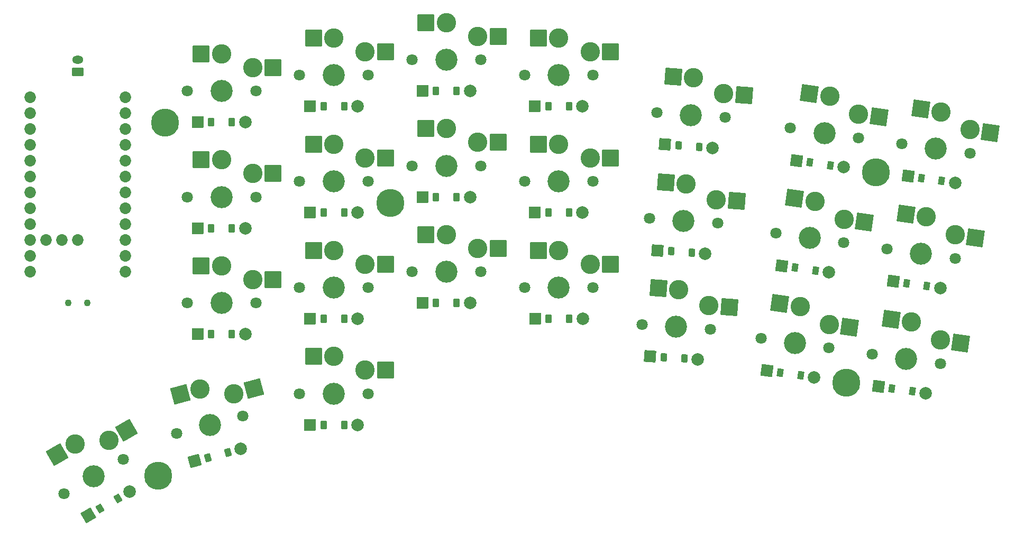
<source format=gbr>
%TF.GenerationSoftware,KiCad,Pcbnew,9.0.3*%
%TF.CreationDate,2025-07-25T16:12:42+02:00*%
%TF.ProjectId,right_pcb,72696768-745f-4706-9362-2e6b69636164,v1.0.0*%
%TF.SameCoordinates,Original*%
%TF.FileFunction,Soldermask,Bot*%
%TF.FilePolarity,Negative*%
%FSLAX46Y46*%
G04 Gerber Fmt 4.6, Leading zero omitted, Abs format (unit mm)*
G04 Created by KiCad (PCBNEW 9.0.3) date 2025-07-25 16:12:42*
%MOMM*%
%LPD*%
G01*
G04 APERTURE LIST*
G04 Aperture macros list*
%AMRoundRect*
0 Rectangle with rounded corners*
0 $1 Rounding radius*
0 $2 $3 $4 $5 $6 $7 $8 $9 X,Y pos of 4 corners*
0 Add a 4 corners polygon primitive as box body*
4,1,4,$2,$3,$4,$5,$6,$7,$8,$9,$2,$3,0*
0 Add four circle primitives for the rounded corners*
1,1,$1+$1,$2,$3*
1,1,$1+$1,$4,$5*
1,1,$1+$1,$6,$7*
1,1,$1+$1,$8,$9*
0 Add four rect primitives between the rounded corners*
20,1,$1+$1,$2,$3,$4,$5,0*
20,1,$1+$1,$4,$5,$6,$7,0*
20,1,$1+$1,$6,$7,$8,$9,0*
20,1,$1+$1,$8,$9,$2,$3,0*%
G04 Aperture macros list end*
%ADD10C,1.100000*%
%ADD11C,1.801800*%
%ADD12C,3.100000*%
%ADD13C,3.529000*%
%ADD14RoundRect,0.050000X-0.475833X-1.775833X1.775833X-0.475833X0.475833X1.775833X-1.775833X0.475833X0*%
%ADD15RoundRect,0.050000X-1.004073X-0.756623X0.756623X-1.004073X1.004073X0.756623X-0.756623X1.004073X0*%
%ADD16RoundRect,0.050000X-0.529124X-0.531533X0.362117X-0.656789X0.529124X0.531533X-0.362117X0.656789X0*%
%ADD17C,2.005000*%
%ADD18RoundRect,0.050000X-0.889000X-0.889000X0.889000X-0.889000X0.889000X0.889000X-0.889000X0.889000X0*%
%ADD19RoundRect,0.050000X-0.450000X-0.600000X0.450000X-0.600000X0.450000X0.600000X-0.450000X0.600000X0*%
%ADD20RoundRect,0.050000X-1.468274X-1.106423X1.106423X-1.468274X1.468274X1.106423X-1.106423X1.468274X0*%
%ADD21RoundRect,0.050000X-1.300000X-1.300000X1.300000X-1.300000X1.300000X1.300000X-1.300000X1.300000X0*%
%ADD22C,1.852600*%
%ADD23RoundRect,0.050000X-0.948848X-0.824821X0.824821X-0.948848X0.948848X0.824821X-0.824821X0.948848X0*%
%ADD24RoundRect,0.050000X-0.490758X-0.567148X0.407050X-0.629929X0.490758X0.567148X-0.407050X0.629929X0*%
%ADD25C,0.800000*%
%ADD26C,4.500000*%
%ADD27RoundRect,0.050000X-0.325397X-1.214397X1.214397X-0.325397X0.325397X1.214397X-1.214397X0.325397X0*%
%ADD28RoundRect,0.050000X-0.089711X-0.744615X0.689711X-0.294615X0.089711X0.744615X-0.689711X0.294615X0*%
%ADD29RoundRect,0.050000X-1.387517X-1.206150X1.206150X-1.387517X1.387517X1.206150X-1.206150X1.387517X0*%
%ADD30RoundRect,0.050000X-0.919239X-1.592168X1.592168X-0.919239X0.919239X1.592168X-1.592168X0.919239X0*%
%ADD31RoundRect,0.050000X0.850000X-0.600000X0.850000X0.600000X-0.850000X0.600000X-0.850000X-0.600000X0*%
%ADD32O,1.800000X1.300000*%
%ADD33RoundRect,0.050000X-0.628618X-1.088798X1.088798X-0.628618X0.628618X1.088798X-1.088798X0.628618X0*%
%ADD34RoundRect,0.050000X-0.279375X-0.696024X0.589958X-0.463087X0.279375X0.696024X-0.589958X0.463087X0*%
G04 APERTURE END LIST*
D10*
%TO.C,T1*%
X248843762Y-124529027D03*
X245843774Y-124529023D03*
%TD*%
D11*
%TO.C,S24*%
X245095887Y-155035854D03*
D12*
X246884027Y-147133003D03*
D13*
X249859027Y-152285854D03*
D12*
X252314154Y-146538259D03*
D11*
X254622167Y-149535854D03*
D14*
X244047794Y-148770503D03*
X255150387Y-144900759D03*
%TD*%
D15*
%TO.C,D6*%
X362405002Y-101695009D03*
D16*
X364543981Y-101995628D03*
X367811865Y-102454892D03*
D17*
X369950844Y-102755511D03*
%TD*%
D18*
%TO.C,D14*%
X302533767Y-107529032D03*
D19*
X304693767Y-107529032D03*
X307993767Y-107529032D03*
D17*
X310153767Y-107529032D03*
%TD*%
D18*
%TO.C,D21*%
X266533768Y-112529031D03*
D19*
X268693768Y-112529031D03*
X271993768Y-112529031D03*
D17*
X274153768Y-112529031D03*
%TD*%
D18*
%TO.C,D22*%
X266533762Y-95529030D03*
D19*
X268693762Y-95529030D03*
X271993762Y-95529030D03*
D17*
X274153762Y-95529030D03*
%TD*%
D11*
%TO.C,S6*%
X361427323Y-96508470D03*
D12*
X367701876Y-91381827D03*
D13*
X366873796Y-97273922D03*
D12*
X372347036Y-94256284D03*
D11*
X372320269Y-98039374D03*
D20*
X364458750Y-90926034D03*
X375590165Y-94712072D03*
%TD*%
D11*
%TO.C,S13*%
X300843770Y-119529028D03*
D12*
X306343770Y-113579028D03*
D13*
X306343770Y-119529028D03*
D12*
X311343770Y-115779026D03*
D11*
X311843770Y-119529028D03*
D21*
X303068770Y-113579028D03*
X314618771Y-115779028D03*
%TD*%
D18*
%TO.C,D11*%
X320533767Y-110029035D03*
D19*
X322693767Y-110029035D03*
X325993767Y-110029035D03*
D17*
X328153767Y-110029035D03*
%TD*%
D11*
%TO.C,S15*%
X300843776Y-85529037D03*
D12*
X306343776Y-79579037D03*
D13*
X306343776Y-85529037D03*
D12*
X311343776Y-81779035D03*
D11*
X311843776Y-85529037D03*
D21*
X303068776Y-79579037D03*
X314618777Y-81779037D03*
%TD*%
D18*
%TO.C,D20*%
X266533768Y-129529040D03*
D19*
X268693768Y-129529040D03*
X271993768Y-129529040D03*
D17*
X274153768Y-129529040D03*
%TD*%
D22*
%TO.C,MCU1*%
X239723764Y-91559032D03*
X239723763Y-94099029D03*
X239723764Y-96639032D03*
X239723764Y-99179032D03*
X239723764Y-101719032D03*
X239723764Y-104259032D03*
X239723764Y-106799032D03*
X239723764Y-109339032D03*
X239723764Y-111879032D03*
X239723764Y-114419032D03*
X239723760Y-116959030D03*
X239723764Y-119499032D03*
X254963764Y-119499032D03*
X254963765Y-116959035D03*
X254963764Y-114419032D03*
X254963764Y-111879032D03*
X254963764Y-109339032D03*
X254963764Y-106799032D03*
X254963764Y-104259032D03*
X254963764Y-101719032D03*
X254963764Y-99179032D03*
X254963764Y-96639032D03*
X254963768Y-94099034D03*
X254963764Y-91559032D03*
X242263764Y-114419032D03*
X244803764Y-114419032D03*
X247343764Y-114419032D03*
%TD*%
D11*
%TO.C,S4*%
X356695437Y-130177566D03*
D12*
X362969990Y-125050923D03*
D13*
X362141910Y-130943018D03*
D12*
X367615150Y-127925380D03*
D11*
X367588383Y-131708470D03*
D20*
X359726864Y-124595130D03*
X370858279Y-128381168D03*
%TD*%
D23*
%TO.C,D7*%
X338987502Y-133035933D03*
D24*
X341142240Y-133186610D03*
X344434202Y-133416800D03*
D17*
X346588940Y-133567477D03*
%TD*%
D11*
%TO.C,S18*%
X282843766Y-105029039D03*
D12*
X288343766Y-99079039D03*
D13*
X288343766Y-105029039D03*
D12*
X293343766Y-101279037D03*
D11*
X293843766Y-105029039D03*
D21*
X285068766Y-99079039D03*
X296618767Y-101279039D03*
%TD*%
D11*
%TO.C,S19*%
X282843762Y-88029029D03*
D12*
X288343762Y-82079029D03*
D13*
X288343762Y-88029029D03*
D12*
X293343762Y-84279027D03*
D11*
X293843762Y-88029029D03*
D21*
X285068762Y-82079029D03*
X296618763Y-84279029D03*
%TD*%
D18*
%TO.C,D19*%
X284533770Y-93029037D03*
D19*
X286693770Y-93029037D03*
X289993770Y-93029037D03*
D17*
X292153770Y-93029037D03*
%TD*%
D25*
%TO.C,_5*%
X258774318Y-153027579D03*
X258609483Y-151775528D03*
X259776209Y-153796356D03*
X259378260Y-150773637D03*
D26*
X260203260Y-152202579D03*
D25*
X261028260Y-153631521D03*
X260630311Y-150608802D03*
X261797037Y-152629630D03*
X261632202Y-151377579D03*
%TD*%
D11*
%TO.C,S1*%
X374520256Y-132682694D03*
D12*
X380794809Y-127556051D03*
D13*
X379966729Y-133448146D03*
D12*
X385439969Y-130430508D03*
D11*
X385413202Y-134213598D03*
D20*
X377551683Y-127100258D03*
X388683098Y-130886296D03*
%TD*%
D23*
%TO.C,D8*%
X340173355Y-116077344D03*
D24*
X342328093Y-116228021D03*
X345620055Y-116458211D03*
D17*
X347774793Y-116608888D03*
%TD*%
D15*
%TO.C,D1*%
X375497939Y-137869243D03*
D16*
X377636918Y-138169862D03*
X380904802Y-138629126D03*
D17*
X383043781Y-138929745D03*
%TD*%
D11*
%TO.C,S16*%
X282843764Y-139029039D03*
D12*
X288343764Y-133079039D03*
D13*
X288343764Y-139029039D03*
D12*
X293343764Y-135279037D03*
D11*
X293843764Y-139029039D03*
D21*
X285068764Y-133079039D03*
X296618765Y-135279039D03*
%TD*%
D18*
%TO.C,D13*%
X302533773Y-124529030D03*
D19*
X304693773Y-124529030D03*
X307993773Y-124529030D03*
D17*
X310153773Y-124529030D03*
%TD*%
D11*
%TO.C,S5*%
X359061368Y-113343020D03*
D12*
X365335921Y-108216377D03*
D13*
X364507841Y-114108472D03*
D12*
X369981081Y-111090834D03*
D11*
X369954314Y-114873924D03*
D20*
X362092795Y-107760584D03*
X373224210Y-111546622D03*
%TD*%
D15*
%TO.C,D3*%
X380229829Y-104200118D03*
D16*
X382368808Y-104500737D03*
X385636692Y-104960001D03*
D17*
X387775671Y-105260620D03*
%TD*%
D27*
%TO.C,D24*%
X249059467Y-158520973D03*
D28*
X250930082Y-157440973D03*
X253787966Y-155790973D03*
D17*
X255658581Y-154710973D03*
%TD*%
D11*
%TO.C,S3*%
X379252133Y-99013579D03*
D12*
X385526686Y-93886936D03*
D13*
X384698606Y-99779031D03*
D12*
X390171846Y-96761393D03*
D11*
X390145079Y-100544483D03*
D20*
X382283560Y-93431143D03*
X393414975Y-97217181D03*
%TD*%
D11*
%TO.C,S17*%
X282843767Y-122029040D03*
D12*
X288343767Y-116079040D03*
D13*
X288343767Y-122029040D03*
D12*
X293343767Y-118279038D03*
D11*
X293843767Y-122029040D03*
D21*
X285068767Y-116079040D03*
X296618768Y-118279040D03*
%TD*%
D18*
%TO.C,D18*%
X284533774Y-110029033D03*
D19*
X286693774Y-110029033D03*
X289993774Y-110029033D03*
D17*
X292153774Y-110029033D03*
%TD*%
D11*
%TO.C,S7*%
X337650397Y-127930225D03*
D12*
X343552049Y-122378380D03*
D13*
X343136999Y-128313886D03*
D12*
X348386406Y-124921803D03*
D11*
X348623601Y-128697547D03*
D29*
X340285026Y-122149934D03*
X351653429Y-125150254D03*
%TD*%
D15*
%TO.C,D5*%
X360039069Y-118529557D03*
D16*
X362178048Y-118830176D03*
X365445932Y-119289440D03*
D17*
X367584911Y-119590059D03*
%TD*%
D18*
%TO.C,D15*%
X302533768Y-90529035D03*
D19*
X304693768Y-90529035D03*
X307993768Y-90529035D03*
D17*
X310153768Y-90529035D03*
%TD*%
D11*
%TO.C,S8*%
X338836257Y-110971633D03*
D12*
X344737909Y-105419788D03*
D13*
X344322859Y-111355294D03*
D12*
X349572266Y-107963211D03*
D11*
X349809461Y-111738955D03*
D29*
X341470886Y-105191342D03*
X352839289Y-108191662D03*
%TD*%
D11*
%TO.C,S12*%
X318843764Y-88029044D03*
D12*
X324343764Y-82079044D03*
D13*
X324343764Y-88029044D03*
D12*
X329343764Y-84279042D03*
D11*
X329843764Y-88029044D03*
D21*
X321068764Y-82079044D03*
X332618765Y-84279044D03*
%TD*%
D11*
%TO.C,S2*%
X376886200Y-115848134D03*
D12*
X383160753Y-110721491D03*
D13*
X382332673Y-116613586D03*
D12*
X387805913Y-113595948D03*
D11*
X387779146Y-117379038D03*
D20*
X379917627Y-110265698D03*
X391049042Y-114051736D03*
%TD*%
D11*
%TO.C,S20*%
X264843766Y-124529030D03*
D12*
X270343766Y-118579030D03*
D13*
X270343766Y-124529030D03*
D12*
X275343766Y-120779028D03*
D11*
X275843766Y-124529030D03*
D21*
X267068766Y-118579030D03*
X278618767Y-120779030D03*
%TD*%
D25*
%TO.C,_2*%
X259693763Y-95629024D03*
X260177037Y-94462298D03*
X260177037Y-96795750D03*
X261343763Y-93979024D03*
D26*
X261343763Y-95629024D03*
D25*
X261343763Y-97279024D03*
X262510489Y-94462298D03*
X262510489Y-96795750D03*
X262993763Y-95629024D03*
%TD*%
D11*
%TO.C,S22*%
X264843772Y-90529036D03*
D12*
X270343772Y-84579036D03*
D13*
X270343772Y-90529036D03*
D12*
X275343772Y-86779034D03*
D11*
X275843772Y-90529036D03*
D21*
X267068772Y-84579036D03*
X278618773Y-86779036D03*
%TD*%
D11*
%TO.C,S23*%
X263160586Y-145435505D03*
D12*
X266933205Y-138264741D03*
D13*
X268473178Y-144012000D03*
D12*
X272332234Y-139095681D03*
D11*
X273785770Y-142588495D03*
D30*
X263769798Y-139112374D03*
X275495643Y-138248051D03*
%TD*%
D23*
%TO.C,D9*%
X341359220Y-99118754D03*
D24*
X343513958Y-99269431D03*
X346805920Y-99499621D03*
D17*
X348960658Y-99650298D03*
%TD*%
D31*
%TO.C,JST1*%
X247343762Y-87529030D03*
D32*
X247343768Y-85529040D03*
%TD*%
D18*
%TO.C,D17*%
X284533766Y-127029034D03*
D19*
X286693766Y-127029034D03*
X289993766Y-127029034D03*
D17*
X292153766Y-127029034D03*
%TD*%
D15*
%TO.C,D2*%
X377863880Y-121034682D03*
D16*
X380002859Y-121335301D03*
X383270743Y-121794565D03*
D17*
X385409722Y-122095184D03*
%TD*%
D25*
%TO.C,_4*%
X368710592Y-137016328D03*
X369026787Y-138238953D03*
X369351541Y-135928213D03*
X370574166Y-135612018D03*
D26*
X370344534Y-137245960D03*
D25*
X370114902Y-138879902D03*
X371337527Y-138563707D03*
X371662281Y-136252967D03*
X371978476Y-137475592D03*
%TD*%
D15*
%TO.C,D4*%
X357673123Y-135364120D03*
D16*
X359812102Y-135664739D03*
X363079986Y-136124003D03*
D17*
X365218965Y-136424622D03*
%TD*%
D18*
%TO.C,D12*%
X320533765Y-93029039D03*
D19*
X322693765Y-93029039D03*
X325993765Y-93029039D03*
D17*
X328153765Y-93029039D03*
%TD*%
D25*
%TO.C,_1*%
X373442478Y-103347200D03*
X373758673Y-104569825D03*
X374083427Y-102259085D03*
X375306052Y-101942890D03*
D26*
X375076420Y-103576832D03*
D25*
X374846788Y-105210774D03*
X376069413Y-104894579D03*
X376394167Y-102583839D03*
X376710362Y-103806464D03*
%TD*%
D11*
%TO.C,S21*%
X264843768Y-107529030D03*
D12*
X270343768Y-101579030D03*
D13*
X270343768Y-107529030D03*
D12*
X275343768Y-103779028D03*
D11*
X275843768Y-107529030D03*
D21*
X267068768Y-101579030D03*
X278618769Y-103779030D03*
%TD*%
D18*
%TO.C,D10*%
X320533772Y-127029044D03*
D19*
X322693772Y-127029044D03*
X325993772Y-127029044D03*
D17*
X328153772Y-127029044D03*
%TD*%
D11*
%TO.C,S9*%
X340022115Y-94013045D03*
D12*
X345923767Y-88461200D03*
D13*
X345508717Y-94396706D03*
D12*
X350758124Y-91004623D03*
D11*
X350995319Y-94780367D03*
D29*
X342656744Y-88232754D03*
X354025147Y-91233074D03*
%TD*%
D11*
%TO.C,S11*%
X318843764Y-105029037D03*
D12*
X324343764Y-99079037D03*
D13*
X324343764Y-105029037D03*
D12*
X329343764Y-101279035D03*
D11*
X329843764Y-105029037D03*
D21*
X321068764Y-99079037D03*
X332618765Y-101279037D03*
%TD*%
D11*
%TO.C,S10*%
X318843761Y-122029033D03*
D12*
X324343761Y-116079033D03*
D13*
X324343761Y-122029033D03*
D12*
X329343761Y-118279031D03*
D11*
X329843761Y-122029033D03*
D21*
X321068761Y-116079033D03*
X332618762Y-118279033D03*
%TD*%
D25*
%TO.C,_3*%
X295693764Y-108479043D03*
X296177038Y-107312317D03*
X296177038Y-109645769D03*
X297343764Y-106829043D03*
D26*
X297343764Y-108479043D03*
D25*
X297343764Y-110129043D03*
X298510490Y-107312317D03*
X298510490Y-109645769D03*
X298993764Y-108479043D03*
%TD*%
D11*
%TO.C,S14*%
X300843764Y-102529039D03*
D12*
X306343764Y-96579039D03*
D13*
X306343764Y-102529039D03*
D12*
X311343764Y-98779037D03*
D11*
X311843764Y-102529039D03*
D21*
X303068764Y-96579039D03*
X314618765Y-98779039D03*
%TD*%
D33*
%TO.C,D23*%
X266087092Y-149827722D03*
D34*
X268173491Y-149268670D03*
X271361047Y-148414570D03*
D17*
X273447446Y-147855518D03*
%TD*%
D18*
%TO.C,D16*%
X284533763Y-144029030D03*
D19*
X286693763Y-144029030D03*
X289993763Y-144029030D03*
D17*
X292153763Y-144029030D03*
%TD*%
M02*

</source>
